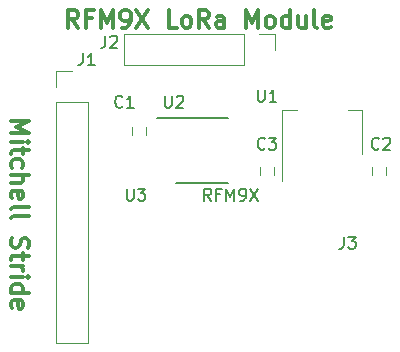
<source format=gbr>
G04 #@! TF.FileFunction,Legend,Top*
%FSLAX46Y46*%
G04 Gerber Fmt 4.6, Leading zero omitted, Abs format (unit mm)*
G04 Created by KiCad (PCBNEW 4.0.7) date 05/10/18 06:31:36*
%MOMM*%
%LPD*%
G01*
G04 APERTURE LIST*
%ADD10C,0.100000*%
%ADD11C,0.150000*%
%ADD12C,0.300000*%
%ADD13C,0.120000*%
G04 APERTURE END LIST*
D10*
D11*
X118959999Y-92416381D02*
X118959999Y-93225905D01*
X119007618Y-93321143D01*
X119055237Y-93368762D01*
X119150475Y-93416381D01*
X119340952Y-93416381D01*
X119436190Y-93368762D01*
X119483809Y-93321143D01*
X119531428Y-93225905D01*
X119531428Y-92416381D01*
X119912380Y-92416381D02*
X120531428Y-92416381D01*
X120198094Y-92797333D01*
X120340952Y-92797333D01*
X120436190Y-92844952D01*
X120483809Y-92892571D01*
X120531428Y-92987810D01*
X120531428Y-93225905D01*
X120483809Y-93321143D01*
X120436190Y-93368762D01*
X120340952Y-93416381D01*
X120055237Y-93416381D01*
X119959999Y-93368762D01*
X119912380Y-93321143D01*
X126102858Y-93416381D02*
X125769524Y-92940190D01*
X125531429Y-93416381D02*
X125531429Y-92416381D01*
X125912382Y-92416381D01*
X126007620Y-92464000D01*
X126055239Y-92511619D01*
X126102858Y-92606857D01*
X126102858Y-92749714D01*
X126055239Y-92844952D01*
X126007620Y-92892571D01*
X125912382Y-92940190D01*
X125531429Y-92940190D01*
X126864763Y-92892571D02*
X126531429Y-92892571D01*
X126531429Y-93416381D02*
X126531429Y-92416381D01*
X127007620Y-92416381D01*
X127388572Y-93416381D02*
X127388572Y-92416381D01*
X127721906Y-93130667D01*
X128055239Y-92416381D01*
X128055239Y-93416381D01*
X128579048Y-93416381D02*
X128769524Y-93416381D01*
X128864763Y-93368762D01*
X128912382Y-93321143D01*
X129007620Y-93178286D01*
X129055239Y-92987810D01*
X129055239Y-92606857D01*
X129007620Y-92511619D01*
X128960001Y-92464000D01*
X128864763Y-92416381D01*
X128674286Y-92416381D01*
X128579048Y-92464000D01*
X128531429Y-92511619D01*
X128483810Y-92606857D01*
X128483810Y-92844952D01*
X128531429Y-92940190D01*
X128579048Y-92987810D01*
X128674286Y-93035429D01*
X128864763Y-93035429D01*
X128960001Y-92987810D01*
X129007620Y-92940190D01*
X129055239Y-92844952D01*
X129388572Y-92416381D02*
X130055239Y-93416381D01*
X130055239Y-92416381D02*
X129388572Y-93416381D01*
D12*
X109176429Y-86722144D02*
X110676429Y-86722144D01*
X109605000Y-87222144D01*
X110676429Y-87722144D01*
X109176429Y-87722144D01*
X109176429Y-88436430D02*
X110176429Y-88436430D01*
X110676429Y-88436430D02*
X110605000Y-88365001D01*
X110533571Y-88436430D01*
X110605000Y-88507858D01*
X110676429Y-88436430D01*
X110533571Y-88436430D01*
X110176429Y-88936430D02*
X110176429Y-89507859D01*
X110676429Y-89150716D02*
X109390714Y-89150716D01*
X109247857Y-89222144D01*
X109176429Y-89365002D01*
X109176429Y-89507859D01*
X109247857Y-90650716D02*
X109176429Y-90507859D01*
X109176429Y-90222145D01*
X109247857Y-90079287D01*
X109319286Y-90007859D01*
X109462143Y-89936430D01*
X109890714Y-89936430D01*
X110033571Y-90007859D01*
X110105000Y-90079287D01*
X110176429Y-90222145D01*
X110176429Y-90507859D01*
X110105000Y-90650716D01*
X109176429Y-91293573D02*
X110676429Y-91293573D01*
X109176429Y-91936430D02*
X109962143Y-91936430D01*
X110105000Y-91865001D01*
X110176429Y-91722144D01*
X110176429Y-91507859D01*
X110105000Y-91365001D01*
X110033571Y-91293573D01*
X109247857Y-93222144D02*
X109176429Y-93079287D01*
X109176429Y-92793573D01*
X109247857Y-92650716D01*
X109390714Y-92579287D01*
X109962143Y-92579287D01*
X110105000Y-92650716D01*
X110176429Y-92793573D01*
X110176429Y-93079287D01*
X110105000Y-93222144D01*
X109962143Y-93293573D01*
X109819286Y-93293573D01*
X109676429Y-92579287D01*
X109176429Y-94150716D02*
X109247857Y-94007858D01*
X109390714Y-93936430D01*
X110676429Y-93936430D01*
X109176429Y-94936430D02*
X109247857Y-94793572D01*
X109390714Y-94722144D01*
X110676429Y-94722144D01*
X109247857Y-96579286D02*
X109176429Y-96793572D01*
X109176429Y-97150715D01*
X109247857Y-97293572D01*
X109319286Y-97365001D01*
X109462143Y-97436429D01*
X109605000Y-97436429D01*
X109747857Y-97365001D01*
X109819286Y-97293572D01*
X109890714Y-97150715D01*
X109962143Y-96865001D01*
X110033571Y-96722143D01*
X110105000Y-96650715D01*
X110247857Y-96579286D01*
X110390714Y-96579286D01*
X110533571Y-96650715D01*
X110605000Y-96722143D01*
X110676429Y-96865001D01*
X110676429Y-97222143D01*
X110605000Y-97436429D01*
X110176429Y-97865000D02*
X110176429Y-98436429D01*
X110676429Y-98079286D02*
X109390714Y-98079286D01*
X109247857Y-98150714D01*
X109176429Y-98293572D01*
X109176429Y-98436429D01*
X109176429Y-98936429D02*
X110176429Y-98936429D01*
X109890714Y-98936429D02*
X110033571Y-99007857D01*
X110105000Y-99079286D01*
X110176429Y-99222143D01*
X110176429Y-99365000D01*
X109176429Y-99865000D02*
X110176429Y-99865000D01*
X110676429Y-99865000D02*
X110605000Y-99793571D01*
X110533571Y-99865000D01*
X110605000Y-99936428D01*
X110676429Y-99865000D01*
X110533571Y-99865000D01*
X109176429Y-101222143D02*
X110676429Y-101222143D01*
X109247857Y-101222143D02*
X109176429Y-101079286D01*
X109176429Y-100793572D01*
X109247857Y-100650714D01*
X109319286Y-100579286D01*
X109462143Y-100507857D01*
X109890714Y-100507857D01*
X110033571Y-100579286D01*
X110105000Y-100650714D01*
X110176429Y-100793572D01*
X110176429Y-101079286D01*
X110105000Y-101222143D01*
X109247857Y-102507857D02*
X109176429Y-102365000D01*
X109176429Y-102079286D01*
X109247857Y-101936429D01*
X109390714Y-101865000D01*
X109962143Y-101865000D01*
X110105000Y-101936429D01*
X110176429Y-102079286D01*
X110176429Y-102365000D01*
X110105000Y-102507857D01*
X109962143Y-102579286D01*
X109819286Y-102579286D01*
X109676429Y-101865000D01*
X114845001Y-78783571D02*
X114345001Y-78069286D01*
X113987858Y-78783571D02*
X113987858Y-77283571D01*
X114559286Y-77283571D01*
X114702144Y-77355000D01*
X114773572Y-77426429D01*
X114845001Y-77569286D01*
X114845001Y-77783571D01*
X114773572Y-77926429D01*
X114702144Y-77997857D01*
X114559286Y-78069286D01*
X113987858Y-78069286D01*
X115987858Y-77997857D02*
X115487858Y-77997857D01*
X115487858Y-78783571D02*
X115487858Y-77283571D01*
X116202144Y-77283571D01*
X116773572Y-78783571D02*
X116773572Y-77283571D01*
X117273572Y-78355000D01*
X117773572Y-77283571D01*
X117773572Y-78783571D01*
X118559286Y-78783571D02*
X118845001Y-78783571D01*
X118987858Y-78712143D01*
X119059286Y-78640714D01*
X119202144Y-78426429D01*
X119273572Y-78140714D01*
X119273572Y-77569286D01*
X119202144Y-77426429D01*
X119130715Y-77355000D01*
X118987858Y-77283571D01*
X118702144Y-77283571D01*
X118559286Y-77355000D01*
X118487858Y-77426429D01*
X118416429Y-77569286D01*
X118416429Y-77926429D01*
X118487858Y-78069286D01*
X118559286Y-78140714D01*
X118702144Y-78212143D01*
X118987858Y-78212143D01*
X119130715Y-78140714D01*
X119202144Y-78069286D01*
X119273572Y-77926429D01*
X119773572Y-77283571D02*
X120773572Y-78783571D01*
X120773572Y-77283571D02*
X119773572Y-78783571D01*
X123202143Y-78783571D02*
X122487857Y-78783571D01*
X122487857Y-77283571D01*
X123916429Y-78783571D02*
X123773571Y-78712143D01*
X123702143Y-78640714D01*
X123630714Y-78497857D01*
X123630714Y-78069286D01*
X123702143Y-77926429D01*
X123773571Y-77855000D01*
X123916429Y-77783571D01*
X124130714Y-77783571D01*
X124273571Y-77855000D01*
X124345000Y-77926429D01*
X124416429Y-78069286D01*
X124416429Y-78497857D01*
X124345000Y-78640714D01*
X124273571Y-78712143D01*
X124130714Y-78783571D01*
X123916429Y-78783571D01*
X125916429Y-78783571D02*
X125416429Y-78069286D01*
X125059286Y-78783571D02*
X125059286Y-77283571D01*
X125630714Y-77283571D01*
X125773572Y-77355000D01*
X125845000Y-77426429D01*
X125916429Y-77569286D01*
X125916429Y-77783571D01*
X125845000Y-77926429D01*
X125773572Y-77997857D01*
X125630714Y-78069286D01*
X125059286Y-78069286D01*
X127202143Y-78783571D02*
X127202143Y-77997857D01*
X127130714Y-77855000D01*
X126987857Y-77783571D01*
X126702143Y-77783571D01*
X126559286Y-77855000D01*
X127202143Y-78712143D02*
X127059286Y-78783571D01*
X126702143Y-78783571D01*
X126559286Y-78712143D01*
X126487857Y-78569286D01*
X126487857Y-78426429D01*
X126559286Y-78283571D01*
X126702143Y-78212143D01*
X127059286Y-78212143D01*
X127202143Y-78140714D01*
X129059286Y-78783571D02*
X129059286Y-77283571D01*
X129559286Y-78355000D01*
X130059286Y-77283571D01*
X130059286Y-78783571D01*
X130987858Y-78783571D02*
X130845000Y-78712143D01*
X130773572Y-78640714D01*
X130702143Y-78497857D01*
X130702143Y-78069286D01*
X130773572Y-77926429D01*
X130845000Y-77855000D01*
X130987858Y-77783571D01*
X131202143Y-77783571D01*
X131345000Y-77855000D01*
X131416429Y-77926429D01*
X131487858Y-78069286D01*
X131487858Y-78497857D01*
X131416429Y-78640714D01*
X131345000Y-78712143D01*
X131202143Y-78783571D01*
X130987858Y-78783571D01*
X132773572Y-78783571D02*
X132773572Y-77283571D01*
X132773572Y-78712143D02*
X132630715Y-78783571D01*
X132345001Y-78783571D01*
X132202143Y-78712143D01*
X132130715Y-78640714D01*
X132059286Y-78497857D01*
X132059286Y-78069286D01*
X132130715Y-77926429D01*
X132202143Y-77855000D01*
X132345001Y-77783571D01*
X132630715Y-77783571D01*
X132773572Y-77855000D01*
X134130715Y-77783571D02*
X134130715Y-78783571D01*
X133487858Y-77783571D02*
X133487858Y-78569286D01*
X133559286Y-78712143D01*
X133702144Y-78783571D01*
X133916429Y-78783571D01*
X134059286Y-78712143D01*
X134130715Y-78640714D01*
X135059287Y-78783571D02*
X134916429Y-78712143D01*
X134845001Y-78569286D01*
X134845001Y-77283571D01*
X136202143Y-78712143D02*
X136059286Y-78783571D01*
X135773572Y-78783571D01*
X135630715Y-78712143D01*
X135559286Y-78569286D01*
X135559286Y-77997857D01*
X135630715Y-77855000D01*
X135773572Y-77783571D01*
X136059286Y-77783571D01*
X136202143Y-77855000D01*
X136273572Y-77997857D01*
X136273572Y-78140714D01*
X135559286Y-78283571D01*
D13*
X119415000Y-87865000D02*
X119415000Y-87165000D01*
X120615000Y-87165000D02*
X120615000Y-87865000D01*
X140935000Y-90570000D02*
X140935000Y-91270000D01*
X139735000Y-91270000D02*
X139735000Y-90570000D01*
X131410000Y-90570000D02*
X131410000Y-91270000D01*
X130210000Y-91270000D02*
X130210000Y-90570000D01*
X112970000Y-105470000D02*
X115630000Y-105470000D01*
X112970000Y-85090000D02*
X112970000Y-105470000D01*
X115630000Y-85090000D02*
X115630000Y-105470000D01*
X112970000Y-85090000D02*
X115630000Y-85090000D01*
X112970000Y-83820000D02*
X112970000Y-82490000D01*
X112970000Y-82490000D02*
X114300000Y-82490000D01*
X118685000Y-79315000D02*
X118685000Y-81975000D01*
X128905000Y-79315000D02*
X118685000Y-79315000D01*
X128905000Y-81975000D02*
X118685000Y-81975000D01*
X128905000Y-79315000D02*
X128905000Y-81975000D01*
X130175000Y-79315000D02*
X131505000Y-79315000D01*
X131505000Y-79315000D02*
X131505000Y-80645000D01*
X138905000Y-85745000D02*
X137645000Y-85745000D01*
X132085000Y-85745000D02*
X133345000Y-85745000D01*
X138905000Y-89505000D02*
X138905000Y-85745000D01*
X132085000Y-91755000D02*
X132085000Y-85745000D01*
D11*
X123120000Y-91965000D02*
X127520000Y-91965000D01*
X121545000Y-86440000D02*
X127520000Y-86440000D01*
X118578334Y-85447143D02*
X118530715Y-85494762D01*
X118387858Y-85542381D01*
X118292620Y-85542381D01*
X118149762Y-85494762D01*
X118054524Y-85399524D01*
X118006905Y-85304286D01*
X117959286Y-85113810D01*
X117959286Y-84970952D01*
X118006905Y-84780476D01*
X118054524Y-84685238D01*
X118149762Y-84590000D01*
X118292620Y-84542381D01*
X118387858Y-84542381D01*
X118530715Y-84590000D01*
X118578334Y-84637619D01*
X119530715Y-85542381D02*
X118959286Y-85542381D01*
X119245000Y-85542381D02*
X119245000Y-84542381D01*
X119149762Y-84685238D01*
X119054524Y-84780476D01*
X118959286Y-84828095D01*
X140295334Y-89003143D02*
X140247715Y-89050762D01*
X140104858Y-89098381D01*
X140009620Y-89098381D01*
X139866762Y-89050762D01*
X139771524Y-88955524D01*
X139723905Y-88860286D01*
X139676286Y-88669810D01*
X139676286Y-88526952D01*
X139723905Y-88336476D01*
X139771524Y-88241238D01*
X139866762Y-88146000D01*
X140009620Y-88098381D01*
X140104858Y-88098381D01*
X140247715Y-88146000D01*
X140295334Y-88193619D01*
X140676286Y-88193619D02*
X140723905Y-88146000D01*
X140819143Y-88098381D01*
X141057239Y-88098381D01*
X141152477Y-88146000D01*
X141200096Y-88193619D01*
X141247715Y-88288857D01*
X141247715Y-88384095D01*
X141200096Y-88526952D01*
X140628667Y-89098381D01*
X141247715Y-89098381D01*
X130643334Y-89003143D02*
X130595715Y-89050762D01*
X130452858Y-89098381D01*
X130357620Y-89098381D01*
X130214762Y-89050762D01*
X130119524Y-88955524D01*
X130071905Y-88860286D01*
X130024286Y-88669810D01*
X130024286Y-88526952D01*
X130071905Y-88336476D01*
X130119524Y-88241238D01*
X130214762Y-88146000D01*
X130357620Y-88098381D01*
X130452858Y-88098381D01*
X130595715Y-88146000D01*
X130643334Y-88193619D01*
X130976667Y-88098381D02*
X131595715Y-88098381D01*
X131262381Y-88479333D01*
X131405239Y-88479333D01*
X131500477Y-88526952D01*
X131548096Y-88574571D01*
X131595715Y-88669810D01*
X131595715Y-88907905D01*
X131548096Y-89003143D01*
X131500477Y-89050762D01*
X131405239Y-89098381D01*
X131119524Y-89098381D01*
X131024286Y-89050762D01*
X130976667Y-89003143D01*
X115236667Y-80942381D02*
X115236667Y-81656667D01*
X115189047Y-81799524D01*
X115093809Y-81894762D01*
X114950952Y-81942381D01*
X114855714Y-81942381D01*
X116236667Y-81942381D02*
X115665238Y-81942381D01*
X115950952Y-81942381D02*
X115950952Y-80942381D01*
X115855714Y-81085238D01*
X115760476Y-81180476D01*
X115665238Y-81228095D01*
X117141667Y-79462381D02*
X117141667Y-80176667D01*
X117094047Y-80319524D01*
X116998809Y-80414762D01*
X116855952Y-80462381D01*
X116760714Y-80462381D01*
X117570238Y-79557619D02*
X117617857Y-79510000D01*
X117713095Y-79462381D01*
X117951191Y-79462381D01*
X118046429Y-79510000D01*
X118094048Y-79557619D01*
X118141667Y-79652857D01*
X118141667Y-79748095D01*
X118094048Y-79890952D01*
X117522619Y-80462381D01*
X118141667Y-80462381D01*
X137334667Y-96480381D02*
X137334667Y-97194667D01*
X137287047Y-97337524D01*
X137191809Y-97432762D01*
X137048952Y-97480381D01*
X136953714Y-97480381D01*
X137715619Y-96480381D02*
X138334667Y-96480381D01*
X138001333Y-96861333D01*
X138144191Y-96861333D01*
X138239429Y-96908952D01*
X138287048Y-96956571D01*
X138334667Y-97051810D01*
X138334667Y-97289905D01*
X138287048Y-97385143D01*
X138239429Y-97432762D01*
X138144191Y-97480381D01*
X137858476Y-97480381D01*
X137763238Y-97432762D01*
X137715619Y-97385143D01*
X130048095Y-84034381D02*
X130048095Y-84843905D01*
X130095714Y-84939143D01*
X130143333Y-84986762D01*
X130238571Y-85034381D01*
X130429048Y-85034381D01*
X130524286Y-84986762D01*
X130571905Y-84939143D01*
X130619524Y-84843905D01*
X130619524Y-84034381D01*
X131619524Y-85034381D02*
X131048095Y-85034381D01*
X131333809Y-85034381D02*
X131333809Y-84034381D01*
X131238571Y-84177238D01*
X131143333Y-84272476D01*
X131048095Y-84320095D01*
X122174095Y-84542381D02*
X122174095Y-85351905D01*
X122221714Y-85447143D01*
X122269333Y-85494762D01*
X122364571Y-85542381D01*
X122555048Y-85542381D01*
X122650286Y-85494762D01*
X122697905Y-85447143D01*
X122745524Y-85351905D01*
X122745524Y-84542381D01*
X123174095Y-84637619D02*
X123221714Y-84590000D01*
X123316952Y-84542381D01*
X123555048Y-84542381D01*
X123650286Y-84590000D01*
X123697905Y-84637619D01*
X123745524Y-84732857D01*
X123745524Y-84828095D01*
X123697905Y-84970952D01*
X123126476Y-85542381D01*
X123745524Y-85542381D01*
M02*

</source>
